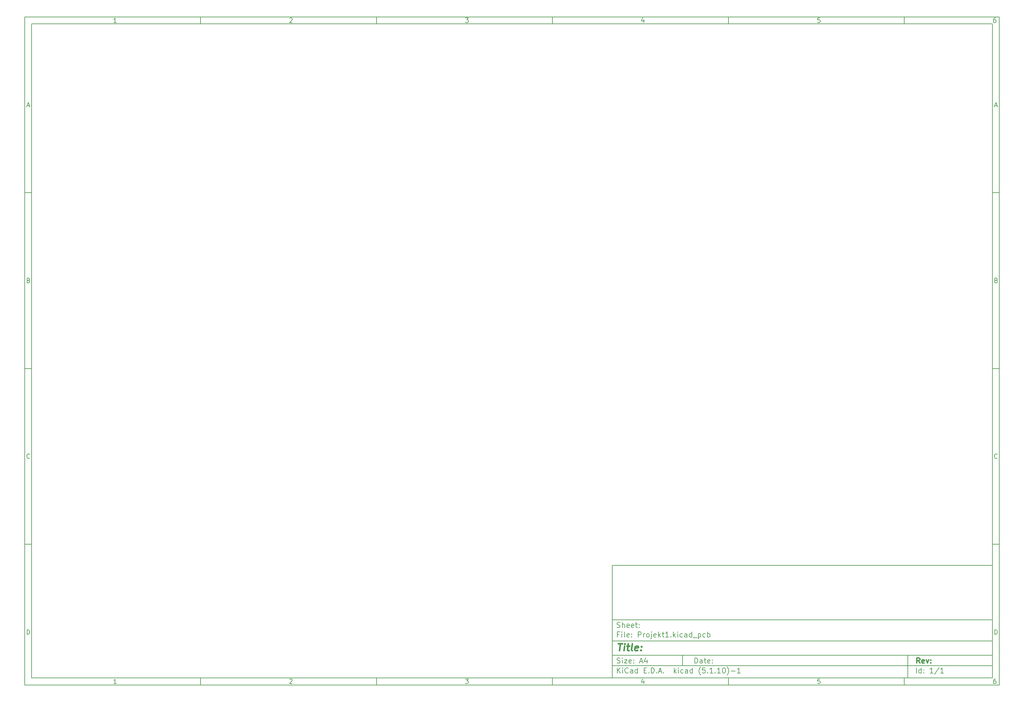
<source format=gbr>
%TF.GenerationSoftware,KiCad,Pcbnew,(5.1.10)-1*%
%TF.CreationDate,2021-11-12T10:04:19+01:00*%
%TF.ProjectId,Projekt1,50726f6a-656b-4743-912e-6b696361645f,rev?*%
%TF.SameCoordinates,Original*%
%TF.FileFunction,Legend,Bot*%
%TF.FilePolarity,Positive*%
%FSLAX46Y46*%
G04 Gerber Fmt 4.6, Leading zero omitted, Abs format (unit mm)*
G04 Created by KiCad (PCBNEW (5.1.10)-1) date 2021-11-12 10:04:19*
%MOMM*%
%LPD*%
G01*
G04 APERTURE LIST*
%ADD10C,0.100000*%
%ADD11C,0.150000*%
%ADD12C,0.300000*%
%ADD13C,0.400000*%
G04 APERTURE END LIST*
D10*
D11*
X177002200Y-166007200D02*
X177002200Y-198007200D01*
X285002200Y-198007200D01*
X285002200Y-166007200D01*
X177002200Y-166007200D01*
D10*
D11*
X10000000Y-10000000D02*
X10000000Y-200007200D01*
X287002200Y-200007200D01*
X287002200Y-10000000D01*
X10000000Y-10000000D01*
D10*
D11*
X12000000Y-12000000D02*
X12000000Y-198007200D01*
X285002200Y-198007200D01*
X285002200Y-12000000D01*
X12000000Y-12000000D01*
D10*
D11*
X60000000Y-12000000D02*
X60000000Y-10000000D01*
D10*
D11*
X110000000Y-12000000D02*
X110000000Y-10000000D01*
D10*
D11*
X160000000Y-12000000D02*
X160000000Y-10000000D01*
D10*
D11*
X210000000Y-12000000D02*
X210000000Y-10000000D01*
D10*
D11*
X260000000Y-12000000D02*
X260000000Y-10000000D01*
D10*
D11*
X36065476Y-11588095D02*
X35322619Y-11588095D01*
X35694047Y-11588095D02*
X35694047Y-10288095D01*
X35570238Y-10473809D01*
X35446428Y-10597619D01*
X35322619Y-10659523D01*
D10*
D11*
X85322619Y-10411904D02*
X85384523Y-10350000D01*
X85508333Y-10288095D01*
X85817857Y-10288095D01*
X85941666Y-10350000D01*
X86003571Y-10411904D01*
X86065476Y-10535714D01*
X86065476Y-10659523D01*
X86003571Y-10845238D01*
X85260714Y-11588095D01*
X86065476Y-11588095D01*
D10*
D11*
X135260714Y-10288095D02*
X136065476Y-10288095D01*
X135632142Y-10783333D01*
X135817857Y-10783333D01*
X135941666Y-10845238D01*
X136003571Y-10907142D01*
X136065476Y-11030952D01*
X136065476Y-11340476D01*
X136003571Y-11464285D01*
X135941666Y-11526190D01*
X135817857Y-11588095D01*
X135446428Y-11588095D01*
X135322619Y-11526190D01*
X135260714Y-11464285D01*
D10*
D11*
X185941666Y-10721428D02*
X185941666Y-11588095D01*
X185632142Y-10226190D02*
X185322619Y-11154761D01*
X186127380Y-11154761D01*
D10*
D11*
X236003571Y-10288095D02*
X235384523Y-10288095D01*
X235322619Y-10907142D01*
X235384523Y-10845238D01*
X235508333Y-10783333D01*
X235817857Y-10783333D01*
X235941666Y-10845238D01*
X236003571Y-10907142D01*
X236065476Y-11030952D01*
X236065476Y-11340476D01*
X236003571Y-11464285D01*
X235941666Y-11526190D01*
X235817857Y-11588095D01*
X235508333Y-11588095D01*
X235384523Y-11526190D01*
X235322619Y-11464285D01*
D10*
D11*
X285941666Y-10288095D02*
X285694047Y-10288095D01*
X285570238Y-10350000D01*
X285508333Y-10411904D01*
X285384523Y-10597619D01*
X285322619Y-10845238D01*
X285322619Y-11340476D01*
X285384523Y-11464285D01*
X285446428Y-11526190D01*
X285570238Y-11588095D01*
X285817857Y-11588095D01*
X285941666Y-11526190D01*
X286003571Y-11464285D01*
X286065476Y-11340476D01*
X286065476Y-11030952D01*
X286003571Y-10907142D01*
X285941666Y-10845238D01*
X285817857Y-10783333D01*
X285570238Y-10783333D01*
X285446428Y-10845238D01*
X285384523Y-10907142D01*
X285322619Y-11030952D01*
D10*
D11*
X60000000Y-198007200D02*
X60000000Y-200007200D01*
D10*
D11*
X110000000Y-198007200D02*
X110000000Y-200007200D01*
D10*
D11*
X160000000Y-198007200D02*
X160000000Y-200007200D01*
D10*
D11*
X210000000Y-198007200D02*
X210000000Y-200007200D01*
D10*
D11*
X260000000Y-198007200D02*
X260000000Y-200007200D01*
D10*
D11*
X36065476Y-199595295D02*
X35322619Y-199595295D01*
X35694047Y-199595295D02*
X35694047Y-198295295D01*
X35570238Y-198481009D01*
X35446428Y-198604819D01*
X35322619Y-198666723D01*
D10*
D11*
X85322619Y-198419104D02*
X85384523Y-198357200D01*
X85508333Y-198295295D01*
X85817857Y-198295295D01*
X85941666Y-198357200D01*
X86003571Y-198419104D01*
X86065476Y-198542914D01*
X86065476Y-198666723D01*
X86003571Y-198852438D01*
X85260714Y-199595295D01*
X86065476Y-199595295D01*
D10*
D11*
X135260714Y-198295295D02*
X136065476Y-198295295D01*
X135632142Y-198790533D01*
X135817857Y-198790533D01*
X135941666Y-198852438D01*
X136003571Y-198914342D01*
X136065476Y-199038152D01*
X136065476Y-199347676D01*
X136003571Y-199471485D01*
X135941666Y-199533390D01*
X135817857Y-199595295D01*
X135446428Y-199595295D01*
X135322619Y-199533390D01*
X135260714Y-199471485D01*
D10*
D11*
X185941666Y-198728628D02*
X185941666Y-199595295D01*
X185632142Y-198233390D02*
X185322619Y-199161961D01*
X186127380Y-199161961D01*
D10*
D11*
X236003571Y-198295295D02*
X235384523Y-198295295D01*
X235322619Y-198914342D01*
X235384523Y-198852438D01*
X235508333Y-198790533D01*
X235817857Y-198790533D01*
X235941666Y-198852438D01*
X236003571Y-198914342D01*
X236065476Y-199038152D01*
X236065476Y-199347676D01*
X236003571Y-199471485D01*
X235941666Y-199533390D01*
X235817857Y-199595295D01*
X235508333Y-199595295D01*
X235384523Y-199533390D01*
X235322619Y-199471485D01*
D10*
D11*
X285941666Y-198295295D02*
X285694047Y-198295295D01*
X285570238Y-198357200D01*
X285508333Y-198419104D01*
X285384523Y-198604819D01*
X285322619Y-198852438D01*
X285322619Y-199347676D01*
X285384523Y-199471485D01*
X285446428Y-199533390D01*
X285570238Y-199595295D01*
X285817857Y-199595295D01*
X285941666Y-199533390D01*
X286003571Y-199471485D01*
X286065476Y-199347676D01*
X286065476Y-199038152D01*
X286003571Y-198914342D01*
X285941666Y-198852438D01*
X285817857Y-198790533D01*
X285570238Y-198790533D01*
X285446428Y-198852438D01*
X285384523Y-198914342D01*
X285322619Y-199038152D01*
D10*
D11*
X10000000Y-60000000D02*
X12000000Y-60000000D01*
D10*
D11*
X10000000Y-110000000D02*
X12000000Y-110000000D01*
D10*
D11*
X10000000Y-160000000D02*
X12000000Y-160000000D01*
D10*
D11*
X10690476Y-35216666D02*
X11309523Y-35216666D01*
X10566666Y-35588095D02*
X11000000Y-34288095D01*
X11433333Y-35588095D01*
D10*
D11*
X11092857Y-84907142D02*
X11278571Y-84969047D01*
X11340476Y-85030952D01*
X11402380Y-85154761D01*
X11402380Y-85340476D01*
X11340476Y-85464285D01*
X11278571Y-85526190D01*
X11154761Y-85588095D01*
X10659523Y-85588095D01*
X10659523Y-84288095D01*
X11092857Y-84288095D01*
X11216666Y-84350000D01*
X11278571Y-84411904D01*
X11340476Y-84535714D01*
X11340476Y-84659523D01*
X11278571Y-84783333D01*
X11216666Y-84845238D01*
X11092857Y-84907142D01*
X10659523Y-84907142D01*
D10*
D11*
X11402380Y-135464285D02*
X11340476Y-135526190D01*
X11154761Y-135588095D01*
X11030952Y-135588095D01*
X10845238Y-135526190D01*
X10721428Y-135402380D01*
X10659523Y-135278571D01*
X10597619Y-135030952D01*
X10597619Y-134845238D01*
X10659523Y-134597619D01*
X10721428Y-134473809D01*
X10845238Y-134350000D01*
X11030952Y-134288095D01*
X11154761Y-134288095D01*
X11340476Y-134350000D01*
X11402380Y-134411904D01*
D10*
D11*
X10659523Y-185588095D02*
X10659523Y-184288095D01*
X10969047Y-184288095D01*
X11154761Y-184350000D01*
X11278571Y-184473809D01*
X11340476Y-184597619D01*
X11402380Y-184845238D01*
X11402380Y-185030952D01*
X11340476Y-185278571D01*
X11278571Y-185402380D01*
X11154761Y-185526190D01*
X10969047Y-185588095D01*
X10659523Y-185588095D01*
D10*
D11*
X287002200Y-60000000D02*
X285002200Y-60000000D01*
D10*
D11*
X287002200Y-110000000D02*
X285002200Y-110000000D01*
D10*
D11*
X287002200Y-160000000D02*
X285002200Y-160000000D01*
D10*
D11*
X285692676Y-35216666D02*
X286311723Y-35216666D01*
X285568866Y-35588095D02*
X286002200Y-34288095D01*
X286435533Y-35588095D01*
D10*
D11*
X286095057Y-84907142D02*
X286280771Y-84969047D01*
X286342676Y-85030952D01*
X286404580Y-85154761D01*
X286404580Y-85340476D01*
X286342676Y-85464285D01*
X286280771Y-85526190D01*
X286156961Y-85588095D01*
X285661723Y-85588095D01*
X285661723Y-84288095D01*
X286095057Y-84288095D01*
X286218866Y-84350000D01*
X286280771Y-84411904D01*
X286342676Y-84535714D01*
X286342676Y-84659523D01*
X286280771Y-84783333D01*
X286218866Y-84845238D01*
X286095057Y-84907142D01*
X285661723Y-84907142D01*
D10*
D11*
X286404580Y-135464285D02*
X286342676Y-135526190D01*
X286156961Y-135588095D01*
X286033152Y-135588095D01*
X285847438Y-135526190D01*
X285723628Y-135402380D01*
X285661723Y-135278571D01*
X285599819Y-135030952D01*
X285599819Y-134845238D01*
X285661723Y-134597619D01*
X285723628Y-134473809D01*
X285847438Y-134350000D01*
X286033152Y-134288095D01*
X286156961Y-134288095D01*
X286342676Y-134350000D01*
X286404580Y-134411904D01*
D10*
D11*
X285661723Y-185588095D02*
X285661723Y-184288095D01*
X285971247Y-184288095D01*
X286156961Y-184350000D01*
X286280771Y-184473809D01*
X286342676Y-184597619D01*
X286404580Y-184845238D01*
X286404580Y-185030952D01*
X286342676Y-185278571D01*
X286280771Y-185402380D01*
X286156961Y-185526190D01*
X285971247Y-185588095D01*
X285661723Y-185588095D01*
D10*
D11*
X200434342Y-193785771D02*
X200434342Y-192285771D01*
X200791485Y-192285771D01*
X201005771Y-192357200D01*
X201148628Y-192500057D01*
X201220057Y-192642914D01*
X201291485Y-192928628D01*
X201291485Y-193142914D01*
X201220057Y-193428628D01*
X201148628Y-193571485D01*
X201005771Y-193714342D01*
X200791485Y-193785771D01*
X200434342Y-193785771D01*
X202577200Y-193785771D02*
X202577200Y-193000057D01*
X202505771Y-192857200D01*
X202362914Y-192785771D01*
X202077200Y-192785771D01*
X201934342Y-192857200D01*
X202577200Y-193714342D02*
X202434342Y-193785771D01*
X202077200Y-193785771D01*
X201934342Y-193714342D01*
X201862914Y-193571485D01*
X201862914Y-193428628D01*
X201934342Y-193285771D01*
X202077200Y-193214342D01*
X202434342Y-193214342D01*
X202577200Y-193142914D01*
X203077200Y-192785771D02*
X203648628Y-192785771D01*
X203291485Y-192285771D02*
X203291485Y-193571485D01*
X203362914Y-193714342D01*
X203505771Y-193785771D01*
X203648628Y-193785771D01*
X204720057Y-193714342D02*
X204577200Y-193785771D01*
X204291485Y-193785771D01*
X204148628Y-193714342D01*
X204077200Y-193571485D01*
X204077200Y-193000057D01*
X204148628Y-192857200D01*
X204291485Y-192785771D01*
X204577200Y-192785771D01*
X204720057Y-192857200D01*
X204791485Y-193000057D01*
X204791485Y-193142914D01*
X204077200Y-193285771D01*
X205434342Y-193642914D02*
X205505771Y-193714342D01*
X205434342Y-193785771D01*
X205362914Y-193714342D01*
X205434342Y-193642914D01*
X205434342Y-193785771D01*
X205434342Y-192857200D02*
X205505771Y-192928628D01*
X205434342Y-193000057D01*
X205362914Y-192928628D01*
X205434342Y-192857200D01*
X205434342Y-193000057D01*
D10*
D11*
X177002200Y-194507200D02*
X285002200Y-194507200D01*
D10*
D11*
X178434342Y-196585771D02*
X178434342Y-195085771D01*
X179291485Y-196585771D02*
X178648628Y-195728628D01*
X179291485Y-195085771D02*
X178434342Y-195942914D01*
X179934342Y-196585771D02*
X179934342Y-195585771D01*
X179934342Y-195085771D02*
X179862914Y-195157200D01*
X179934342Y-195228628D01*
X180005771Y-195157200D01*
X179934342Y-195085771D01*
X179934342Y-195228628D01*
X181505771Y-196442914D02*
X181434342Y-196514342D01*
X181220057Y-196585771D01*
X181077200Y-196585771D01*
X180862914Y-196514342D01*
X180720057Y-196371485D01*
X180648628Y-196228628D01*
X180577200Y-195942914D01*
X180577200Y-195728628D01*
X180648628Y-195442914D01*
X180720057Y-195300057D01*
X180862914Y-195157200D01*
X181077200Y-195085771D01*
X181220057Y-195085771D01*
X181434342Y-195157200D01*
X181505771Y-195228628D01*
X182791485Y-196585771D02*
X182791485Y-195800057D01*
X182720057Y-195657200D01*
X182577200Y-195585771D01*
X182291485Y-195585771D01*
X182148628Y-195657200D01*
X182791485Y-196514342D02*
X182648628Y-196585771D01*
X182291485Y-196585771D01*
X182148628Y-196514342D01*
X182077200Y-196371485D01*
X182077200Y-196228628D01*
X182148628Y-196085771D01*
X182291485Y-196014342D01*
X182648628Y-196014342D01*
X182791485Y-195942914D01*
X184148628Y-196585771D02*
X184148628Y-195085771D01*
X184148628Y-196514342D02*
X184005771Y-196585771D01*
X183720057Y-196585771D01*
X183577200Y-196514342D01*
X183505771Y-196442914D01*
X183434342Y-196300057D01*
X183434342Y-195871485D01*
X183505771Y-195728628D01*
X183577200Y-195657200D01*
X183720057Y-195585771D01*
X184005771Y-195585771D01*
X184148628Y-195657200D01*
X186005771Y-195800057D02*
X186505771Y-195800057D01*
X186720057Y-196585771D02*
X186005771Y-196585771D01*
X186005771Y-195085771D01*
X186720057Y-195085771D01*
X187362914Y-196442914D02*
X187434342Y-196514342D01*
X187362914Y-196585771D01*
X187291485Y-196514342D01*
X187362914Y-196442914D01*
X187362914Y-196585771D01*
X188077200Y-196585771D02*
X188077200Y-195085771D01*
X188434342Y-195085771D01*
X188648628Y-195157200D01*
X188791485Y-195300057D01*
X188862914Y-195442914D01*
X188934342Y-195728628D01*
X188934342Y-195942914D01*
X188862914Y-196228628D01*
X188791485Y-196371485D01*
X188648628Y-196514342D01*
X188434342Y-196585771D01*
X188077200Y-196585771D01*
X189577200Y-196442914D02*
X189648628Y-196514342D01*
X189577200Y-196585771D01*
X189505771Y-196514342D01*
X189577200Y-196442914D01*
X189577200Y-196585771D01*
X190220057Y-196157200D02*
X190934342Y-196157200D01*
X190077200Y-196585771D02*
X190577200Y-195085771D01*
X191077200Y-196585771D01*
X191577200Y-196442914D02*
X191648628Y-196514342D01*
X191577200Y-196585771D01*
X191505771Y-196514342D01*
X191577200Y-196442914D01*
X191577200Y-196585771D01*
X194577200Y-196585771D02*
X194577200Y-195085771D01*
X194720057Y-196014342D02*
X195148628Y-196585771D01*
X195148628Y-195585771D02*
X194577200Y-196157200D01*
X195791485Y-196585771D02*
X195791485Y-195585771D01*
X195791485Y-195085771D02*
X195720057Y-195157200D01*
X195791485Y-195228628D01*
X195862914Y-195157200D01*
X195791485Y-195085771D01*
X195791485Y-195228628D01*
X197148628Y-196514342D02*
X197005771Y-196585771D01*
X196720057Y-196585771D01*
X196577200Y-196514342D01*
X196505771Y-196442914D01*
X196434342Y-196300057D01*
X196434342Y-195871485D01*
X196505771Y-195728628D01*
X196577200Y-195657200D01*
X196720057Y-195585771D01*
X197005771Y-195585771D01*
X197148628Y-195657200D01*
X198434342Y-196585771D02*
X198434342Y-195800057D01*
X198362914Y-195657200D01*
X198220057Y-195585771D01*
X197934342Y-195585771D01*
X197791485Y-195657200D01*
X198434342Y-196514342D02*
X198291485Y-196585771D01*
X197934342Y-196585771D01*
X197791485Y-196514342D01*
X197720057Y-196371485D01*
X197720057Y-196228628D01*
X197791485Y-196085771D01*
X197934342Y-196014342D01*
X198291485Y-196014342D01*
X198434342Y-195942914D01*
X199791485Y-196585771D02*
X199791485Y-195085771D01*
X199791485Y-196514342D02*
X199648628Y-196585771D01*
X199362914Y-196585771D01*
X199220057Y-196514342D01*
X199148628Y-196442914D01*
X199077200Y-196300057D01*
X199077200Y-195871485D01*
X199148628Y-195728628D01*
X199220057Y-195657200D01*
X199362914Y-195585771D01*
X199648628Y-195585771D01*
X199791485Y-195657200D01*
X202077200Y-197157200D02*
X202005771Y-197085771D01*
X201862914Y-196871485D01*
X201791485Y-196728628D01*
X201720057Y-196514342D01*
X201648628Y-196157200D01*
X201648628Y-195871485D01*
X201720057Y-195514342D01*
X201791485Y-195300057D01*
X201862914Y-195157200D01*
X202005771Y-194942914D01*
X202077200Y-194871485D01*
X203362914Y-195085771D02*
X202648628Y-195085771D01*
X202577200Y-195800057D01*
X202648628Y-195728628D01*
X202791485Y-195657200D01*
X203148628Y-195657200D01*
X203291485Y-195728628D01*
X203362914Y-195800057D01*
X203434342Y-195942914D01*
X203434342Y-196300057D01*
X203362914Y-196442914D01*
X203291485Y-196514342D01*
X203148628Y-196585771D01*
X202791485Y-196585771D01*
X202648628Y-196514342D01*
X202577200Y-196442914D01*
X204077200Y-196442914D02*
X204148628Y-196514342D01*
X204077200Y-196585771D01*
X204005771Y-196514342D01*
X204077200Y-196442914D01*
X204077200Y-196585771D01*
X205577200Y-196585771D02*
X204720057Y-196585771D01*
X205148628Y-196585771D02*
X205148628Y-195085771D01*
X205005771Y-195300057D01*
X204862914Y-195442914D01*
X204720057Y-195514342D01*
X206220057Y-196442914D02*
X206291485Y-196514342D01*
X206220057Y-196585771D01*
X206148628Y-196514342D01*
X206220057Y-196442914D01*
X206220057Y-196585771D01*
X207720057Y-196585771D02*
X206862914Y-196585771D01*
X207291485Y-196585771D02*
X207291485Y-195085771D01*
X207148628Y-195300057D01*
X207005771Y-195442914D01*
X206862914Y-195514342D01*
X208648628Y-195085771D02*
X208791485Y-195085771D01*
X208934342Y-195157200D01*
X209005771Y-195228628D01*
X209077200Y-195371485D01*
X209148628Y-195657200D01*
X209148628Y-196014342D01*
X209077200Y-196300057D01*
X209005771Y-196442914D01*
X208934342Y-196514342D01*
X208791485Y-196585771D01*
X208648628Y-196585771D01*
X208505771Y-196514342D01*
X208434342Y-196442914D01*
X208362914Y-196300057D01*
X208291485Y-196014342D01*
X208291485Y-195657200D01*
X208362914Y-195371485D01*
X208434342Y-195228628D01*
X208505771Y-195157200D01*
X208648628Y-195085771D01*
X209648628Y-197157200D02*
X209720057Y-197085771D01*
X209862914Y-196871485D01*
X209934342Y-196728628D01*
X210005771Y-196514342D01*
X210077200Y-196157200D01*
X210077200Y-195871485D01*
X210005771Y-195514342D01*
X209934342Y-195300057D01*
X209862914Y-195157200D01*
X209720057Y-194942914D01*
X209648628Y-194871485D01*
X210791485Y-196014342D02*
X211934342Y-196014342D01*
X213434342Y-196585771D02*
X212577200Y-196585771D01*
X213005771Y-196585771D02*
X213005771Y-195085771D01*
X212862914Y-195300057D01*
X212720057Y-195442914D01*
X212577200Y-195514342D01*
D10*
D11*
X177002200Y-191507200D02*
X285002200Y-191507200D01*
D10*
D12*
X264411485Y-193785771D02*
X263911485Y-193071485D01*
X263554342Y-193785771D02*
X263554342Y-192285771D01*
X264125771Y-192285771D01*
X264268628Y-192357200D01*
X264340057Y-192428628D01*
X264411485Y-192571485D01*
X264411485Y-192785771D01*
X264340057Y-192928628D01*
X264268628Y-193000057D01*
X264125771Y-193071485D01*
X263554342Y-193071485D01*
X265625771Y-193714342D02*
X265482914Y-193785771D01*
X265197200Y-193785771D01*
X265054342Y-193714342D01*
X264982914Y-193571485D01*
X264982914Y-193000057D01*
X265054342Y-192857200D01*
X265197200Y-192785771D01*
X265482914Y-192785771D01*
X265625771Y-192857200D01*
X265697200Y-193000057D01*
X265697200Y-193142914D01*
X264982914Y-193285771D01*
X266197200Y-192785771D02*
X266554342Y-193785771D01*
X266911485Y-192785771D01*
X267482914Y-193642914D02*
X267554342Y-193714342D01*
X267482914Y-193785771D01*
X267411485Y-193714342D01*
X267482914Y-193642914D01*
X267482914Y-193785771D01*
X267482914Y-192857200D02*
X267554342Y-192928628D01*
X267482914Y-193000057D01*
X267411485Y-192928628D01*
X267482914Y-192857200D01*
X267482914Y-193000057D01*
D10*
D11*
X178362914Y-193714342D02*
X178577200Y-193785771D01*
X178934342Y-193785771D01*
X179077200Y-193714342D01*
X179148628Y-193642914D01*
X179220057Y-193500057D01*
X179220057Y-193357200D01*
X179148628Y-193214342D01*
X179077200Y-193142914D01*
X178934342Y-193071485D01*
X178648628Y-193000057D01*
X178505771Y-192928628D01*
X178434342Y-192857200D01*
X178362914Y-192714342D01*
X178362914Y-192571485D01*
X178434342Y-192428628D01*
X178505771Y-192357200D01*
X178648628Y-192285771D01*
X179005771Y-192285771D01*
X179220057Y-192357200D01*
X179862914Y-193785771D02*
X179862914Y-192785771D01*
X179862914Y-192285771D02*
X179791485Y-192357200D01*
X179862914Y-192428628D01*
X179934342Y-192357200D01*
X179862914Y-192285771D01*
X179862914Y-192428628D01*
X180434342Y-192785771D02*
X181220057Y-192785771D01*
X180434342Y-193785771D01*
X181220057Y-193785771D01*
X182362914Y-193714342D02*
X182220057Y-193785771D01*
X181934342Y-193785771D01*
X181791485Y-193714342D01*
X181720057Y-193571485D01*
X181720057Y-193000057D01*
X181791485Y-192857200D01*
X181934342Y-192785771D01*
X182220057Y-192785771D01*
X182362914Y-192857200D01*
X182434342Y-193000057D01*
X182434342Y-193142914D01*
X181720057Y-193285771D01*
X183077200Y-193642914D02*
X183148628Y-193714342D01*
X183077200Y-193785771D01*
X183005771Y-193714342D01*
X183077200Y-193642914D01*
X183077200Y-193785771D01*
X183077200Y-192857200D02*
X183148628Y-192928628D01*
X183077200Y-193000057D01*
X183005771Y-192928628D01*
X183077200Y-192857200D01*
X183077200Y-193000057D01*
X184862914Y-193357200D02*
X185577200Y-193357200D01*
X184720057Y-193785771D02*
X185220057Y-192285771D01*
X185720057Y-193785771D01*
X186862914Y-192785771D02*
X186862914Y-193785771D01*
X186505771Y-192214342D02*
X186148628Y-193285771D01*
X187077200Y-193285771D01*
D10*
D11*
X263434342Y-196585771D02*
X263434342Y-195085771D01*
X264791485Y-196585771D02*
X264791485Y-195085771D01*
X264791485Y-196514342D02*
X264648628Y-196585771D01*
X264362914Y-196585771D01*
X264220057Y-196514342D01*
X264148628Y-196442914D01*
X264077200Y-196300057D01*
X264077200Y-195871485D01*
X264148628Y-195728628D01*
X264220057Y-195657200D01*
X264362914Y-195585771D01*
X264648628Y-195585771D01*
X264791485Y-195657200D01*
X265505771Y-196442914D02*
X265577200Y-196514342D01*
X265505771Y-196585771D01*
X265434342Y-196514342D01*
X265505771Y-196442914D01*
X265505771Y-196585771D01*
X265505771Y-195657200D02*
X265577200Y-195728628D01*
X265505771Y-195800057D01*
X265434342Y-195728628D01*
X265505771Y-195657200D01*
X265505771Y-195800057D01*
X268148628Y-196585771D02*
X267291485Y-196585771D01*
X267720057Y-196585771D02*
X267720057Y-195085771D01*
X267577200Y-195300057D01*
X267434342Y-195442914D01*
X267291485Y-195514342D01*
X269862914Y-195014342D02*
X268577200Y-196942914D01*
X271148628Y-196585771D02*
X270291485Y-196585771D01*
X270720057Y-196585771D02*
X270720057Y-195085771D01*
X270577200Y-195300057D01*
X270434342Y-195442914D01*
X270291485Y-195514342D01*
D10*
D11*
X177002200Y-187507200D02*
X285002200Y-187507200D01*
D10*
D13*
X178714580Y-188211961D02*
X179857438Y-188211961D01*
X179036009Y-190211961D02*
X179286009Y-188211961D01*
X180274104Y-190211961D02*
X180440771Y-188878628D01*
X180524104Y-188211961D02*
X180416961Y-188307200D01*
X180500295Y-188402438D01*
X180607438Y-188307200D01*
X180524104Y-188211961D01*
X180500295Y-188402438D01*
X181107438Y-188878628D02*
X181869342Y-188878628D01*
X181476485Y-188211961D02*
X181262200Y-189926247D01*
X181333628Y-190116723D01*
X181512200Y-190211961D01*
X181702676Y-190211961D01*
X182655057Y-190211961D02*
X182476485Y-190116723D01*
X182405057Y-189926247D01*
X182619342Y-188211961D01*
X184190771Y-190116723D02*
X183988390Y-190211961D01*
X183607438Y-190211961D01*
X183428866Y-190116723D01*
X183357438Y-189926247D01*
X183452676Y-189164342D01*
X183571723Y-188973866D01*
X183774104Y-188878628D01*
X184155057Y-188878628D01*
X184333628Y-188973866D01*
X184405057Y-189164342D01*
X184381247Y-189354819D01*
X183405057Y-189545295D01*
X185155057Y-190021485D02*
X185238390Y-190116723D01*
X185131247Y-190211961D01*
X185047914Y-190116723D01*
X185155057Y-190021485D01*
X185131247Y-190211961D01*
X185286009Y-188973866D02*
X185369342Y-189069104D01*
X185262200Y-189164342D01*
X185178866Y-189069104D01*
X185286009Y-188973866D01*
X185262200Y-189164342D01*
D10*
D11*
X178934342Y-185600057D02*
X178434342Y-185600057D01*
X178434342Y-186385771D02*
X178434342Y-184885771D01*
X179148628Y-184885771D01*
X179720057Y-186385771D02*
X179720057Y-185385771D01*
X179720057Y-184885771D02*
X179648628Y-184957200D01*
X179720057Y-185028628D01*
X179791485Y-184957200D01*
X179720057Y-184885771D01*
X179720057Y-185028628D01*
X180648628Y-186385771D02*
X180505771Y-186314342D01*
X180434342Y-186171485D01*
X180434342Y-184885771D01*
X181791485Y-186314342D02*
X181648628Y-186385771D01*
X181362914Y-186385771D01*
X181220057Y-186314342D01*
X181148628Y-186171485D01*
X181148628Y-185600057D01*
X181220057Y-185457200D01*
X181362914Y-185385771D01*
X181648628Y-185385771D01*
X181791485Y-185457200D01*
X181862914Y-185600057D01*
X181862914Y-185742914D01*
X181148628Y-185885771D01*
X182505771Y-186242914D02*
X182577200Y-186314342D01*
X182505771Y-186385771D01*
X182434342Y-186314342D01*
X182505771Y-186242914D01*
X182505771Y-186385771D01*
X182505771Y-185457200D02*
X182577200Y-185528628D01*
X182505771Y-185600057D01*
X182434342Y-185528628D01*
X182505771Y-185457200D01*
X182505771Y-185600057D01*
X184362914Y-186385771D02*
X184362914Y-184885771D01*
X184934342Y-184885771D01*
X185077200Y-184957200D01*
X185148628Y-185028628D01*
X185220057Y-185171485D01*
X185220057Y-185385771D01*
X185148628Y-185528628D01*
X185077200Y-185600057D01*
X184934342Y-185671485D01*
X184362914Y-185671485D01*
X185862914Y-186385771D02*
X185862914Y-185385771D01*
X185862914Y-185671485D02*
X185934342Y-185528628D01*
X186005771Y-185457200D01*
X186148628Y-185385771D01*
X186291485Y-185385771D01*
X187005771Y-186385771D02*
X186862914Y-186314342D01*
X186791485Y-186242914D01*
X186720057Y-186100057D01*
X186720057Y-185671485D01*
X186791485Y-185528628D01*
X186862914Y-185457200D01*
X187005771Y-185385771D01*
X187220057Y-185385771D01*
X187362914Y-185457200D01*
X187434342Y-185528628D01*
X187505771Y-185671485D01*
X187505771Y-186100057D01*
X187434342Y-186242914D01*
X187362914Y-186314342D01*
X187220057Y-186385771D01*
X187005771Y-186385771D01*
X188148628Y-185385771D02*
X188148628Y-186671485D01*
X188077200Y-186814342D01*
X187934342Y-186885771D01*
X187862914Y-186885771D01*
X188148628Y-184885771D02*
X188077200Y-184957200D01*
X188148628Y-185028628D01*
X188220057Y-184957200D01*
X188148628Y-184885771D01*
X188148628Y-185028628D01*
X189434342Y-186314342D02*
X189291485Y-186385771D01*
X189005771Y-186385771D01*
X188862914Y-186314342D01*
X188791485Y-186171485D01*
X188791485Y-185600057D01*
X188862914Y-185457200D01*
X189005771Y-185385771D01*
X189291485Y-185385771D01*
X189434342Y-185457200D01*
X189505771Y-185600057D01*
X189505771Y-185742914D01*
X188791485Y-185885771D01*
X190148628Y-186385771D02*
X190148628Y-184885771D01*
X190291485Y-185814342D02*
X190720057Y-186385771D01*
X190720057Y-185385771D02*
X190148628Y-185957200D01*
X191148628Y-185385771D02*
X191720057Y-185385771D01*
X191362914Y-184885771D02*
X191362914Y-186171485D01*
X191434342Y-186314342D01*
X191577200Y-186385771D01*
X191720057Y-186385771D01*
X193005771Y-186385771D02*
X192148628Y-186385771D01*
X192577200Y-186385771D02*
X192577200Y-184885771D01*
X192434342Y-185100057D01*
X192291485Y-185242914D01*
X192148628Y-185314342D01*
X193648628Y-186242914D02*
X193720057Y-186314342D01*
X193648628Y-186385771D01*
X193577200Y-186314342D01*
X193648628Y-186242914D01*
X193648628Y-186385771D01*
X194362914Y-186385771D02*
X194362914Y-184885771D01*
X194505771Y-185814342D02*
X194934342Y-186385771D01*
X194934342Y-185385771D02*
X194362914Y-185957200D01*
X195577200Y-186385771D02*
X195577200Y-185385771D01*
X195577200Y-184885771D02*
X195505771Y-184957200D01*
X195577200Y-185028628D01*
X195648628Y-184957200D01*
X195577200Y-184885771D01*
X195577200Y-185028628D01*
X196934342Y-186314342D02*
X196791485Y-186385771D01*
X196505771Y-186385771D01*
X196362914Y-186314342D01*
X196291485Y-186242914D01*
X196220057Y-186100057D01*
X196220057Y-185671485D01*
X196291485Y-185528628D01*
X196362914Y-185457200D01*
X196505771Y-185385771D01*
X196791485Y-185385771D01*
X196934342Y-185457200D01*
X198220057Y-186385771D02*
X198220057Y-185600057D01*
X198148628Y-185457200D01*
X198005771Y-185385771D01*
X197720057Y-185385771D01*
X197577200Y-185457200D01*
X198220057Y-186314342D02*
X198077200Y-186385771D01*
X197720057Y-186385771D01*
X197577200Y-186314342D01*
X197505771Y-186171485D01*
X197505771Y-186028628D01*
X197577200Y-185885771D01*
X197720057Y-185814342D01*
X198077200Y-185814342D01*
X198220057Y-185742914D01*
X199577200Y-186385771D02*
X199577200Y-184885771D01*
X199577200Y-186314342D02*
X199434342Y-186385771D01*
X199148628Y-186385771D01*
X199005771Y-186314342D01*
X198934342Y-186242914D01*
X198862914Y-186100057D01*
X198862914Y-185671485D01*
X198934342Y-185528628D01*
X199005771Y-185457200D01*
X199148628Y-185385771D01*
X199434342Y-185385771D01*
X199577200Y-185457200D01*
X199934342Y-186528628D02*
X201077200Y-186528628D01*
X201434342Y-185385771D02*
X201434342Y-186885771D01*
X201434342Y-185457200D02*
X201577200Y-185385771D01*
X201862914Y-185385771D01*
X202005771Y-185457200D01*
X202077200Y-185528628D01*
X202148628Y-185671485D01*
X202148628Y-186100057D01*
X202077200Y-186242914D01*
X202005771Y-186314342D01*
X201862914Y-186385771D01*
X201577200Y-186385771D01*
X201434342Y-186314342D01*
X203434342Y-186314342D02*
X203291485Y-186385771D01*
X203005771Y-186385771D01*
X202862914Y-186314342D01*
X202791485Y-186242914D01*
X202720057Y-186100057D01*
X202720057Y-185671485D01*
X202791485Y-185528628D01*
X202862914Y-185457200D01*
X203005771Y-185385771D01*
X203291485Y-185385771D01*
X203434342Y-185457200D01*
X204077200Y-186385771D02*
X204077200Y-184885771D01*
X204077200Y-185457200D02*
X204220057Y-185385771D01*
X204505771Y-185385771D01*
X204648628Y-185457200D01*
X204720057Y-185528628D01*
X204791485Y-185671485D01*
X204791485Y-186100057D01*
X204720057Y-186242914D01*
X204648628Y-186314342D01*
X204505771Y-186385771D01*
X204220057Y-186385771D01*
X204077200Y-186314342D01*
D10*
D11*
X177002200Y-181507200D02*
X285002200Y-181507200D01*
D10*
D11*
X178362914Y-183614342D02*
X178577200Y-183685771D01*
X178934342Y-183685771D01*
X179077200Y-183614342D01*
X179148628Y-183542914D01*
X179220057Y-183400057D01*
X179220057Y-183257200D01*
X179148628Y-183114342D01*
X179077200Y-183042914D01*
X178934342Y-182971485D01*
X178648628Y-182900057D01*
X178505771Y-182828628D01*
X178434342Y-182757200D01*
X178362914Y-182614342D01*
X178362914Y-182471485D01*
X178434342Y-182328628D01*
X178505771Y-182257200D01*
X178648628Y-182185771D01*
X179005771Y-182185771D01*
X179220057Y-182257200D01*
X179862914Y-183685771D02*
X179862914Y-182185771D01*
X180505771Y-183685771D02*
X180505771Y-182900057D01*
X180434342Y-182757200D01*
X180291485Y-182685771D01*
X180077200Y-182685771D01*
X179934342Y-182757200D01*
X179862914Y-182828628D01*
X181791485Y-183614342D02*
X181648628Y-183685771D01*
X181362914Y-183685771D01*
X181220057Y-183614342D01*
X181148628Y-183471485D01*
X181148628Y-182900057D01*
X181220057Y-182757200D01*
X181362914Y-182685771D01*
X181648628Y-182685771D01*
X181791485Y-182757200D01*
X181862914Y-182900057D01*
X181862914Y-183042914D01*
X181148628Y-183185771D01*
X183077200Y-183614342D02*
X182934342Y-183685771D01*
X182648628Y-183685771D01*
X182505771Y-183614342D01*
X182434342Y-183471485D01*
X182434342Y-182900057D01*
X182505771Y-182757200D01*
X182648628Y-182685771D01*
X182934342Y-182685771D01*
X183077200Y-182757200D01*
X183148628Y-182900057D01*
X183148628Y-183042914D01*
X182434342Y-183185771D01*
X183577200Y-182685771D02*
X184148628Y-182685771D01*
X183791485Y-182185771D02*
X183791485Y-183471485D01*
X183862914Y-183614342D01*
X184005771Y-183685771D01*
X184148628Y-183685771D01*
X184648628Y-183542914D02*
X184720057Y-183614342D01*
X184648628Y-183685771D01*
X184577200Y-183614342D01*
X184648628Y-183542914D01*
X184648628Y-183685771D01*
X184648628Y-182757200D02*
X184720057Y-182828628D01*
X184648628Y-182900057D01*
X184577200Y-182828628D01*
X184648628Y-182757200D01*
X184648628Y-182900057D01*
D10*
D11*
X197002200Y-191507200D02*
X197002200Y-194507200D01*
D10*
D11*
X261002200Y-191507200D02*
X261002200Y-198007200D01*
M02*

</source>
